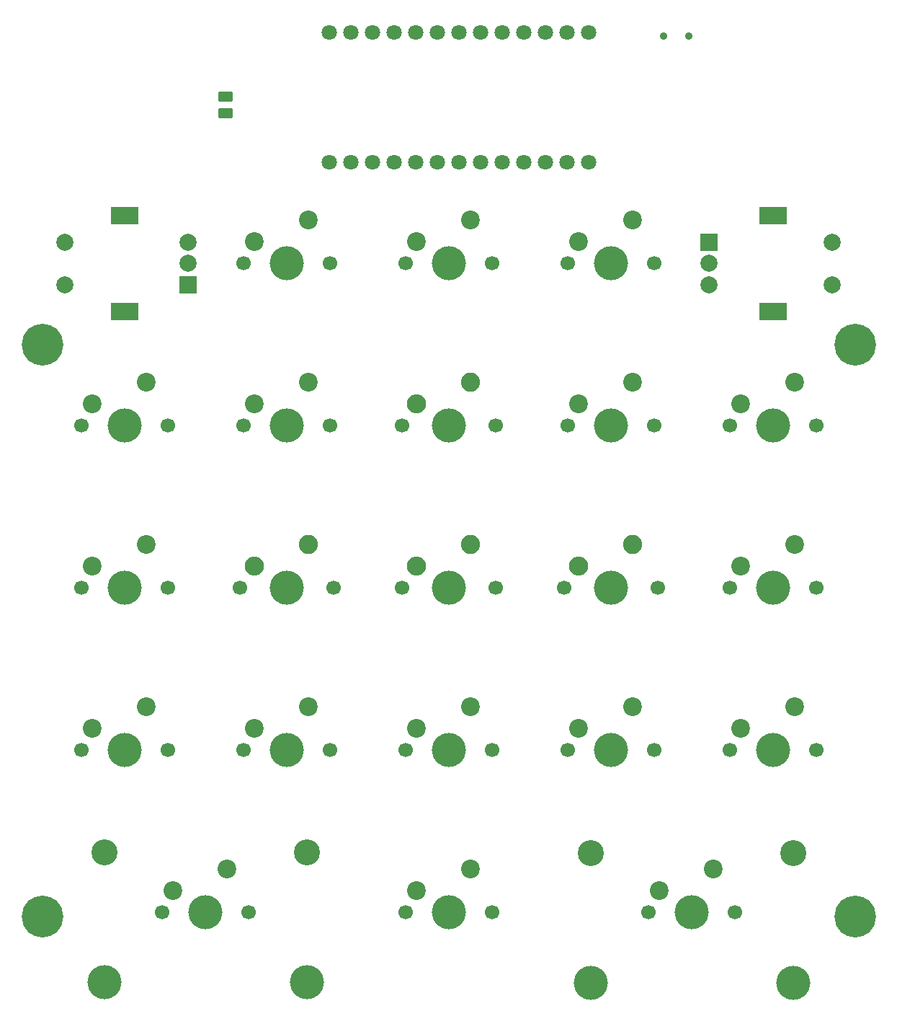
<source format=gbr>
%TF.GenerationSoftware,KiCad,Pcbnew,9.0.2*%
%TF.CreationDate,2025-05-27T10:03:14+01:00*%
%TF.ProjectId,PCB,5043422e-6b69-4636-9164-5f7063625858,1.0*%
%TF.SameCoordinates,Original*%
%TF.FileFunction,Soldermask,Top*%
%TF.FilePolarity,Negative*%
%FSLAX46Y46*%
G04 Gerber Fmt 4.6, Leading zero omitted, Abs format (unit mm)*
G04 Created by KiCad (PCBNEW 9.0.2) date 2025-05-27 10:03:14*
%MOMM*%
%LPD*%
G01*
G04 APERTURE LIST*
G04 Aperture macros list*
%AMRoundRect*
0 Rectangle with rounded corners*
0 $1 Rounding radius*
0 $2 $3 $4 $5 $6 $7 $8 $9 X,Y pos of 4 corners*
0 Add a 4 corners polygon primitive as box body*
4,1,4,$2,$3,$4,$5,$6,$7,$8,$9,$2,$3,0*
0 Add four circle primitives for the rounded corners*
1,1,$1+$1,$2,$3*
1,1,$1+$1,$4,$5*
1,1,$1+$1,$6,$7*
1,1,$1+$1,$8,$9*
0 Add four rect primitives between the rounded corners*
20,1,$1+$1,$2,$3,$4,$5,0*
20,1,$1+$1,$4,$5,$6,$7,0*
20,1,$1+$1,$6,$7,$8,$9,0*
20,1,$1+$1,$8,$9,$2,$3,0*%
G04 Aperture macros list end*
%ADD10C,1.700000*%
%ADD11C,4.000000*%
%ADD12C,2.200000*%
%ADD13C,4.900000*%
%ADD14C,3.050000*%
%ADD15C,2.250000*%
%ADD16O,2.250000X2.250000*%
%ADD17R,2.000000X2.000000*%
%ADD18C,2.000000*%
%ADD19R,3.200000X2.000000*%
%ADD20C,1.800000*%
%ADD21C,0.900000*%
%ADD22RoundRect,0.250000X-0.625000X0.350000X-0.625000X-0.350000X0.625000X-0.350000X0.625000X0.350000X0*%
G04 APERTURE END LIST*
D10*
%TO.C,D3-D21*%
X106974146Y-67909183D03*
D11*
X112054146Y-67909183D03*
D10*
X117134146Y-67909183D03*
D12*
X114594146Y-62829183D03*
X108244146Y-65369183D03*
%TD*%
D13*
%TO.C,*%
X121710496Y-125546485D03*
%TD*%
D10*
%TO.C,D5-D15*%
X68874146Y-106009183D03*
D11*
X73954146Y-106009183D03*
D10*
X79034146Y-106009183D03*
D12*
X76494146Y-100929183D03*
X70144146Y-103469183D03*
%TD*%
D10*
%TO.C,D3-D14*%
X30774146Y-67909185D03*
D11*
X35854146Y-67909185D03*
D10*
X40934146Y-67909185D03*
D12*
X38394146Y-62829185D03*
X32044146Y-65369185D03*
%TD*%
D14*
%TO.C,D6-D14*%
X33478146Y-118041185D03*
D11*
X33478146Y-133281185D03*
D10*
X40298146Y-125041185D03*
D11*
X45378146Y-125041185D03*
D10*
X50458146Y-125041185D03*
D14*
X57278146Y-118041185D03*
D11*
X57278146Y-133281185D03*
D12*
X47918146Y-119961185D03*
X41568146Y-122501185D03*
%TD*%
D10*
%TO.C,D4-D15*%
X68447796Y-86931883D03*
D11*
X73947794Y-86931883D03*
D10*
X79447792Y-86931883D03*
D15*
X76487796Y-81851883D03*
D16*
X70137796Y-84391885D03*
%TD*%
D10*
%TO.C,D5-D14*%
X30774146Y-106009185D03*
D11*
X35854146Y-106009185D03*
D10*
X40934146Y-106009185D03*
D12*
X38394146Y-100929185D03*
X32044146Y-103469185D03*
%TD*%
D10*
%TO.C,D6-D7*%
X68878146Y-125051185D03*
D11*
X73958146Y-125051185D03*
D10*
X79038146Y-125051185D03*
D12*
X76498146Y-119971185D03*
X70148146Y-122511185D03*
%TD*%
D10*
%TO.C,D2-D15*%
X68874146Y-48859183D03*
D11*
X73954146Y-48859183D03*
D10*
X79034146Y-48859183D03*
D12*
X76494146Y-43779183D03*
X70144146Y-46319183D03*
%TD*%
D10*
%TO.C,D4-D21*%
X106967796Y-86931883D03*
D11*
X112047796Y-86931883D03*
D10*
X117127796Y-86931883D03*
D12*
X114587796Y-81851883D03*
X108237796Y-84391883D03*
%TD*%
D17*
%TO.C,D2-D21*%
X104550496Y-46366483D03*
D18*
X104550496Y-51366483D03*
X104550496Y-48866483D03*
D19*
X112050496Y-43266483D03*
X112050496Y-54466483D03*
D18*
X119050496Y-51366483D03*
X119050496Y-46366483D03*
%TD*%
D20*
%TO.C,U1*%
X87890496Y-36936483D03*
X85350496Y-36936483D03*
X82810496Y-36936483D03*
X80270496Y-36936483D03*
X77730496Y-36936483D03*
X75190496Y-36936483D03*
X72650496Y-36936483D03*
X70110496Y-36936483D03*
X67570496Y-36936483D03*
X65030496Y-36936483D03*
X62490496Y-36936483D03*
X59950496Y-36936483D03*
X87890496Y-21696483D03*
X85350496Y-21696483D03*
X82810496Y-21696483D03*
X80270496Y-21696483D03*
X77730496Y-21696483D03*
X75190496Y-21696483D03*
X72650496Y-21696483D03*
X67570496Y-21696483D03*
X65030496Y-21696483D03*
X62490496Y-21696483D03*
X59950496Y-21696483D03*
X90430496Y-21696483D03*
X70110496Y-21696483D03*
X90430496Y-36936483D03*
%TD*%
D10*
%TO.C,D2-D18*%
X87924146Y-48859183D03*
D11*
X93004146Y-48859183D03*
D10*
X98084146Y-48859183D03*
D12*
X95544146Y-43779183D03*
X89194146Y-46319183D03*
%TD*%
D10*
%TO.C,D4-D7*%
X49391446Y-86931885D03*
D11*
X54891444Y-86931885D03*
D10*
X60391442Y-86931885D03*
D15*
X57431446Y-81851885D03*
D16*
X51081446Y-84391887D03*
%TD*%
D10*
%TO.C,D4-D14*%
X30767796Y-86931885D03*
D11*
X35847796Y-86931885D03*
D10*
X40927796Y-86931885D03*
D12*
X38387796Y-81851885D03*
X32037796Y-84391885D03*
%TD*%
D10*
%TO.C,D2-D7*%
X49817796Y-48859185D03*
D11*
X54897796Y-48859185D03*
D10*
X59977796Y-48859185D03*
D12*
X57437796Y-43779185D03*
X51087796Y-46319185D03*
%TD*%
D10*
%TO.C,D3-D15*%
X68454146Y-67909183D03*
D11*
X73954144Y-67909183D03*
D10*
X79454142Y-67909183D03*
D15*
X76494146Y-62829183D03*
D16*
X70144146Y-65369185D03*
%TD*%
D13*
%TO.C,*%
X121710496Y-58406483D03*
%TD*%
D10*
%TO.C,D5-D21*%
X106974146Y-106009183D03*
D11*
X112054146Y-106009183D03*
D10*
X117134146Y-106009183D03*
D12*
X114594146Y-100929183D03*
X108244146Y-103469183D03*
%TD*%
D10*
%TO.C,D3-D7*%
X49817796Y-67909185D03*
D11*
X54897796Y-67909185D03*
D10*
X59977796Y-67909185D03*
D12*
X57437796Y-62829185D03*
X51087796Y-65369185D03*
%TD*%
D10*
%TO.C,D3-D18*%
X87924146Y-67909183D03*
D11*
X93004146Y-67909183D03*
D10*
X98084146Y-67909183D03*
D12*
X95544146Y-62829183D03*
X89194146Y-65369183D03*
%TD*%
D13*
%TO.C,*%
X26230496Y-125546483D03*
%TD*%
D17*
%TO.C,D2-D14*%
X43350496Y-51366483D03*
D18*
X43350496Y-46366483D03*
X43350496Y-48866483D03*
D19*
X35850496Y-54466483D03*
X35850496Y-43266483D03*
D18*
X28850496Y-46366483D03*
X28850496Y-51366483D03*
%TD*%
D13*
%TO.C,*%
X26190496Y-58406481D03*
%TD*%
D14*
%TO.C,D6-D15*%
X90638146Y-118051185D03*
D11*
X90638146Y-133291185D03*
D10*
X97458146Y-125051185D03*
D11*
X102538146Y-125051185D03*
D10*
X107618146Y-125051185D03*
D14*
X114438146Y-118051185D03*
D11*
X114438146Y-133291185D03*
D12*
X105078146Y-119971185D03*
X98728146Y-122511185D03*
%TD*%
D10*
%TO.C,D5-D7*%
X49817796Y-106009185D03*
D11*
X54897796Y-106009185D03*
D10*
X59977796Y-106009185D03*
D12*
X57437796Y-100929185D03*
X51087796Y-103469185D03*
%TD*%
D10*
%TO.C,D5-D18*%
X87924146Y-106009183D03*
D11*
X93004146Y-106009183D03*
D10*
X98084146Y-106009183D03*
D12*
X95544146Y-100929183D03*
X89194146Y-103469183D03*
%TD*%
D10*
%TO.C,D4-D18*%
X87497796Y-86931883D03*
D11*
X92997794Y-86931883D03*
D10*
X98497792Y-86931883D03*
D15*
X95537796Y-81851883D03*
D16*
X89187796Y-84391885D03*
%TD*%
D21*
%TO.C,SW43*%
X99170000Y-22190000D03*
X102170000Y-22190000D03*
%TD*%
D22*
%TO.C,J2*%
X47740496Y-29236483D03*
X47740496Y-31236483D03*
%TD*%
M02*

</source>
